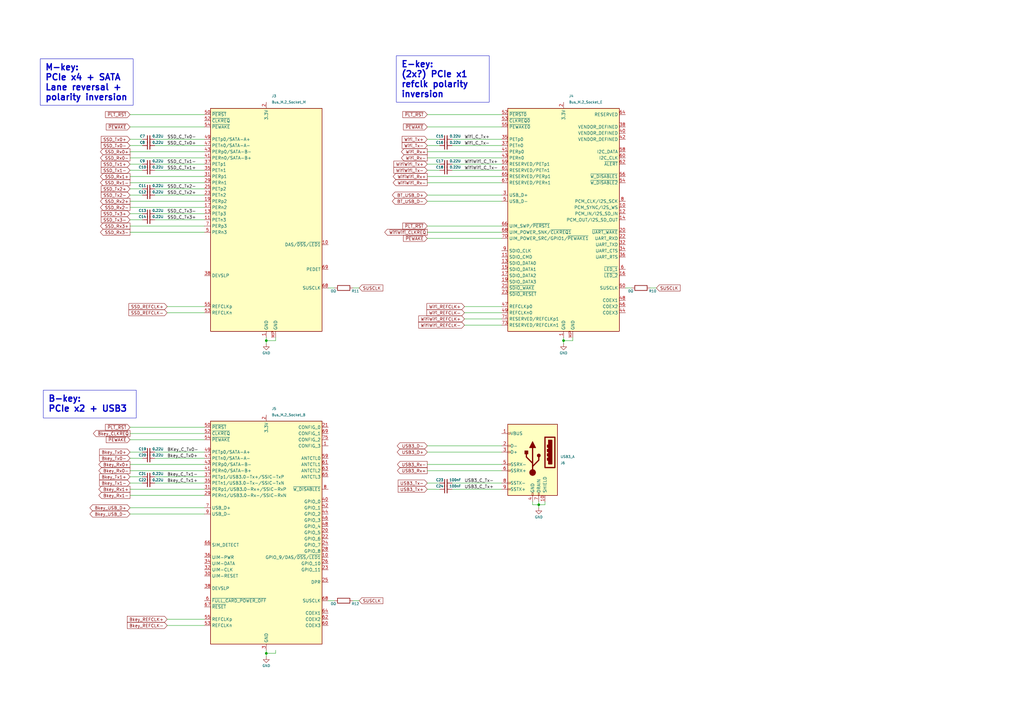
<source format=kicad_sch>
(kicad_sch (version 20231120) (generator "eeschema") (generator_version "8.0")
  (paper "A3")
  (lib_symbols
    (symbol "Connector:Bus_M.2_Socket_B"
      (property "Reference" "J" (at -22.86 46.99 0))
      (property "Value" "Bus_M.2_Socket_B" (at 16.51 46.99 0))
      (symbol "Bus_M.2_Socket_B_0_1"
        (rectangle (start -22.86 45.72) (end 22.86 -45.72) (stroke (width 0.254)) (fill (type background)))
      )
      (symbol "Bus_M.2_Socket_B_1_1"
        (pin input line (at 25.4 35.56 180) (length 2.54) (name "CONFIG_3") (number "1"))
        (pin bidirectional line (at 25.4 -10.16 180) (length 2.54) (name "GPIO_9/DAS/~{DSS}/~{LED1}") (number "10"))
        (pin passive line (at 0 -48.26 90) (length 2.54) hide (name "GND") (number "11"))
        (pin power_in line (at 0 48.26 270) (length 2.54) (name "3.3V") (number "2"))
        (pin bidirectional line (at 25.4 0 180) (length 2.54) (name "GPIO_5") (number "20"))
        (pin input line (at 25.4 43.18 180) (length 2.54) (name "CONFIG_0") (number "21"))
        (pin bidirectional line (at 25.4 -2.54 180) (length 2.54) (name "GPIO_6") (number "22"))
        (pin bidirectional line (at 25.4 -15.24 180) (length 2.54) (name "GPIO_11") (number "23"))
        (pin bidirectional line (at 25.4 -5.08 180) (length 2.54) (name "GPIO_7") (number "24"))
        (pin output line (at 25.4 -20.32 180) (length 2.54) (name "DPR") (number "25"))
        (pin bidirectional line (at 25.4 -12.7 180) (length 2.54) (name "GPIO_10") (number "26"))
        (pin passive line (at 0 -48.26 90) (length 2.54) hide (name "GND") (number "27"))
        (pin bidirectional line (at 25.4 -7.62 180) (length 2.54) (name "GPIO_8") (number "28"))
        (pin input line (at -25.4 15.24 0) (length 2.54) (name "PERn1/USB3.0-Rx-/SSIC-RxN") (number "29"))
        (pin power_in line (at 0 -48.26 90) (length 2.54) (name "GND") (number "3"))
        (pin input line (at -25.4 -17.78 0) (length 2.54) (name "UIM-RESET") (number "30"))
        (pin input line (at -25.4 17.78 0) (length 2.54) (name "PERp1/USB3.0-Rx+/SSIC-RxP") (number "31"))
        (pin input line (at -25.4 -15.24 0) (length 2.54) (name "UIM-CLK") (number "32"))
        (pin passive line (at 0 -48.26 90) (length 2.54) hide (name "GND") (number "33"))
        (pin bidirectional line (at -25.4 -12.7 0) (length 2.54) (name "UIM-DATA") (number "34"))
        (pin output line (at -25.4 20.32 0) (length 2.54) (name "PETn1/USB3.0-Tx-/SSIC-TxN") (number "35"))
        (pin input line (at -25.4 -10.16 0) (length 2.54) (name "UIM-PWR") (number "36"))
        (pin output line (at -25.4 22.86 0) (length 2.54) (name "PETp1/USB3.0-Tx+/SSIC-TxP") (number "37"))
        (pin output line (at -25.4 -22.86 0) (length 2.54) (name "DEVSLP") (number "38"))
        (pin passive line (at 0 -48.26 90) (length 2.54) hide (name "GND") (number "39"))
        (pin passive line (at 0 48.26 270) (length 2.54) hide (name "3.3V") (number "4"))
        (pin bidirectional line (at 25.4 12.7 180) (length 2.54) (name "GPIO_0") (number "40"))
        (pin input line (at -25.4 25.4 0) (length 2.54) (name "PERn0/SATA-B+") (number "41"))
        (pin bidirectional line (at 25.4 10.16 180) (length 2.54) (name "GPIO_1") (number "42"))
        (pin input line (at -25.4 27.94 0) (length 2.54) (name "PERp0/SATA-B-") (number "43"))
        (pin bidirectional line (at 25.4 7.62 180) (length 2.54) (name "GPIO_2") (number "44"))
        (pin passive line (at 0 -48.26 90) (length 2.54) hide (name "GND") (number "45"))
        (pin bidirectional line (at 25.4 5.08 180) (length 2.54) (name "GPIO_3") (number "46"))
        (pin output line (at -25.4 30.48 0) (length 2.54) (name "PETn0/SATA-A-") (number "47"))
        (pin bidirectional line (at 25.4 2.54 180) (length 2.54) (name "GPIO_4") (number "48"))
        (pin output line (at -25.4 33.02 0) (length 2.54) (name "PETp0/SATA-A+") (number "49"))
        (pin passive line (at 0 -48.26 90) (length 2.54) hide (name "GND") (number "5"))
        (pin output line (at -25.4 43.18 0) (length 2.54) (name "~{PERST}") (number "50"))
        (pin passive line (at 0 -48.26 90) (length 2.54) hide (name "GND") (number "51"))
        (pin bidirectional line (at -25.4 40.64 0) (length 2.54) (name "~{CLKREQ}") (number "52"))
        (pin output line (at -25.4 -38.1 0) (length 2.54) (name "REFCLKn") (number "53"))
        (pin bidirectional line (at -25.4 38.1 0) (length 2.54) (name "~{PEWAKE}") (number "54"))
        (pin output line (at -25.4 -35.56 0) (length 2.54) (name "REFCLKp") (number "55"))
        (pin no_connect line (at 22.86 -43.18 180) (length 2.54) hide (name "NC") (number "56"))
        (pin passive line (at 0 -48.26 90) (length 2.54) hide (name "GND") (number "57"))
        (pin no_connect line (at 22.86 -40.64 180) (length 2.54) hide (name "NC") (number "58"))
        (pin input line (at 25.4 30.48 180) (length 2.54) (name "ANTCTL0") (number "59"))
        (pin output line (at -25.4 -27.94 0) (length 2.54) (name "~{FULL_CARD_POWER_OFF}") (number "6"))
        (pin bidirectional line (at 25.4 -38.1 180) (length 2.54) (name "COEX3") (number "60"))
        (pin input line (at 25.4 27.94 180) (length 2.54) (name "ANTCTL1") (number "61"))
        (pin bidirectional line (at 25.4 -35.56 180) (length 2.54) (name "COEX2") (number "62"))
        (pin input line (at 25.4 25.4 180) (length 2.54) (name "ANTCTL2") (number "63"))
        (pin bidirectional line (at 25.4 -33.02 180) (length 2.54) (name "COEX1") (number "64"))
        (pin input line (at 25.4 22.86 180) (length 2.54) (name "ANTCTL3") (number "65"))
        (pin output line (at -25.4 -5.08 0) (length 2.54) (name "SIM_DETECT") (number "66"))
        (pin output line (at -25.4 -30.48 0) (length 2.54) (name "~{RESET}") (number "67"))
        (pin output line (at 25.4 -27.94 180) (length 2.54) (name "SUSCLK") (number "68"))
        (pin input line (at 25.4 40.64 180) (length 2.54) (name "CONFIG_1") (number "69"))
        (pin bidirectional line (at -25.4 10.16 0) (length 2.54) (name "USB_D+") (number "7"))
        (pin passive line (at 0 48.26 270) (length 2.54) hide (name "3.3V") (number "70"))
        (pin passive line (at 0 -48.26 90) (length 2.54) hide (name "GND") (number "71"))
        (pin passive line (at 0 48.26 270) (length 2.54) hide (name "3.3V") (number "72"))
        (pin passive line (at 0 -48.26 90) (length 2.54) hide (name "GND") (number "73"))
        (pin passive line (at 0 48.26 270) (length 2.54) hide (name "3.3V") (number "74"))
        (pin input line (at 25.4 38.1 180) (length 2.54) (name "CONFIG_2") (number "75"))
        (pin output line (at 25.4 17.78 180) (length 2.54) (name "~{W_DISABLE1}") (number "8"))
        (pin bidirectional line (at -25.4 7.62 0) (length 2.54) (name "USB_D-") (number "9"))
      )
    )
    (symbol "Connector:Bus_M.2_Socket_E"
      (property "Reference" "J4" (at 2.1941 50.8 0))
      (property "Value" "Bus_M.2_Socket_E" (at 2.1941 48.26 0))
      (symbol "Bus_M.2_Socket_E_0_1"
        (rectangle (start -22.86 45.72) (end 22.86 -45.72) (stroke (width 0.254)) (fill (type background)))
      )
      (symbol "Bus_M.2_Socket_E_1_1"
        (pin power_in line (at 0 -48.26 90) (length 2.54) (name "GND") (number "1"))
        (pin bidirectional line (at 25.4 5.08 180) (length 2.54) (name "PCM_SYNC/I2S_WS") (number "10"))
        (pin bidirectional line (at -25.4 -15.24 0) (length 2.54) (name "SDIO_CMD") (number "11"))
        (pin input line (at 25.4 2.54 180) (length 2.54) (name "PCM_IN/I2S_SD_IN") (number "12"))
        (pin bidirectional line (at -25.4 -17.78 0) (length 2.54) (name "SDIO_DATA0") (number "13"))
        (pin output line (at 25.4 0 180) (length 2.54) (name "PCM_OUT/I2S_SD_OUT") (number "14"))
        (pin bidirectional line (at -25.4 -20.32 0) (length 2.54) (name "SDIO_DATA1") (number "15"))
        (pin open_collector line (at 25.4 -22.86 180) (length 2.54) (name "~{LED_2}") (number "16"))
        (pin bidirectional line (at -25.4 -22.86 0) (length 2.54) (name "SDIO_DATA2") (number "17"))
        (pin passive line (at 0 -48.26 90) (length 2.54) hide (name "GND") (number "18"))
        (pin bidirectional line (at -25.4 -25.4 0) (length 2.54) (name "SDIO_DATA3") (number "19"))
        (pin power_in line (at 0 48.26 270) (length 2.54) (name "3.3V") (number "2"))
        (pin input line (at 25.4 -5.08 180) (length 2.54) (name "~{UART_WAKE}") (number "20"))
        (pin input line (at -25.4 -27.94 0) (length 2.54) (name "~{SDIO_WAKE}") (number "21"))
        (pin input line (at 25.4 -7.62 180) (length 2.54) (name "UART_RXD") (number "22"))
        (pin output line (at -25.4 -30.48 0) (length 2.54) (name "~{SDIO_RESET}") (number "23"))
        (pin bidirectional line (at -25.4 10.16 0) (length 2.54) (name "USB_D+") (number "3"))
        (pin output line (at 25.4 -10.16 180) (length 2.54) (name "UART_TXD") (number "32"))
        (pin passive line (at 0 -48.26 90) (length 2.54) hide (name "GND") (number "33"))
        (pin input line (at 25.4 -12.7 180) (length 2.54) (name "UART_CTS") (number "34"))
        (pin output line (at -25.4 33.02 0) (length 2.54) (name "PETp0") (number "35"))
        (pin output line (at 25.4 -15.24 180) (length 2.54) (name "UART_RTS") (number "36"))
        (pin output line (at -25.4 30.48 0) (length 2.54) (name "PETn0") (number "37"))
        (pin passive line (at 25.4 38.1 180) (length 2.54) (name "VENDOR_DEFINED") (number "38"))
        (pin passive line (at 0 -48.26 90) (length 2.54) hide (name "GND") (number "39"))
        (pin passive line (at 0 48.26 270) (length 2.54) hide (name "3.3V") (number "4"))
        (pin passive line (at 25.4 35.56 180) (length 2.54) (name "VENDOR_DEFINED") (number "40"))
        (pin input line (at -25.4 27.94 0) (length 2.54) (name "PERp0") (number "41"))
        (pin passive line (at 25.4 33.02 180) (length 2.54) (name "VENDOR_DEFINED") (number "42"))
        (pin input line (at -25.4 25.4 0) (length 2.54) (name "PERn0") (number "43"))
        (pin bidirectional line (at 25.4 -38.1 180) (length 2.54) (name "COEX3") (number "44"))
        (pin passive line (at 0 -48.26 90) (length 2.54) hide (name "GND") (number "45"))
        (pin bidirectional line (at 25.4 -35.56 180) (length 2.54) (name "COEX2") (number "46"))
        (pin output line (at -25.4 -35.56 0) (length 2.54) (name "REFCLKp0") (number "47"))
        (pin bidirectional line (at 25.4 -33.02 180) (length 2.54) (name "COEX1") (number "48"))
        (pin output line (at -25.4 -38.1 0) (length 2.54) (name "REFCLKn0") (number "49"))
        (pin bidirectional line (at -25.4 7.62 0) (length 2.54) (name "USB_D-") (number "5"))
        (pin output line (at 25.4 -27.94 180) (length 2.54) (name "SUSCLK") (number "50"))
        (pin passive line (at 0 -48.26 90) (length 2.54) hide (name "GND") (number "51"))
        (pin output line (at -25.4 43.18 0) (length 2.54) (name "~{PERST0}") (number "52"))
        (pin bidirectional line (at -25.4 40.64 0) (length 2.54) (name "~{CLKREQ0}") (number "53"))
        (pin output line (at 25.4 15.24 180) (length 2.54) (name "~{W_DISABLE2}") (number "54"))
        (pin bidirectional line (at -25.4 38.1 0) (length 2.54) (name "~{PEWAKE0}") (number "55"))
        (pin output line (at 25.4 17.78 180) (length 2.54) (name "~{W_DISABLE1}") (number "56"))
        (pin passive line (at 0 -48.26 90) (length 2.54) hide (name "GND") (number "57"))
        (pin bidirectional line (at 25.4 27.94 180) (length 2.54) (name "I2C_DATA") (number "58"))
        (pin output line (at -25.4 22.86 0) (length 2.54) (name "RESERVED/PETp1") (number "59"))
        (pin open_collector line (at 25.4 -20.32 180) (length 2.54) (name "~{LED_1}") (number "6"))
        (pin output line (at 25.4 25.4 180) (length 2.54) (name "I2C_CLK") (number "60"))
        (pin output line (at -25.4 20.32 0) (length 2.54) (name "RESERVED/PETn1") (number "61"))
        (pin input line (at 25.4 22.86 180) (length 2.54) (name "~{ALERT}") (number "62"))
        (pin passive line (at 0 -48.26 90) (length 2.54) hide (name "GND") (number "63"))
        (pin passive line (at 25.4 43.18 180) (length 2.54) (name "RESERVED") (number "64"))
        (pin input line (at -25.4 17.78 0) (length 2.54) (name "RESERVED/PERp1") (number "65"))
        (pin output line (at -25.4 -2.54 0) (length 2.54) (name "UIM_SWP/~{PERST1}") (number "66"))
        (pin input line (at -25.4 15.24 0) (length 2.54) (name "RESERVED/PERn1") (number "67"))
        (pin bidirectional line (at -25.4 -5.08 0) (length 2.54) (name "UIM_POWER_SNK/~{CLKREQ1}") (number "68"))
        (pin passive line (at 0 -48.26 90) (length 2.54) hide (name "GND") (number "69"))
        (pin passive line (at 0 -48.26 90) (length 2.54) hide (name "GND") (number "7"))
        (pin bidirectional line (at -25.4 -7.62 0) (length 2.54) (name "UIM_POWER_SRC/GPIO1/~{PEWAKE1}") (number "70"))
        (pin output line (at -25.4 -40.64 0) (length 2.54) (name "RESERVED/REFCLKp1") (number "71"))
        (pin passive line (at 0 48.26 270) (length 2.54) hide (name "3.3V") (number "72"))
        (pin output line (at -25.4 -43.18 0) (length 2.54) (name "RESERVED/REFCLKn1") (number "73"))
        (pin passive line (at 0 48.26 270) (length 2.54) hide (name "3.3V") (number "74"))
        (pin passive line (at 0 -48.26 90) (length 2.54) hide (name "GND") (number "75"))
        (pin bidirectional line (at 25.4 7.62 180) (length 2.54) (name "PCM_CLK/I2S_SCK") (number "8"))
        (pin output line (at -25.4 -12.7 0) (length 2.54) (name "SDIO_CLK") (number "9"))
        (pin bidirectional line (at 3.81 -48.26 90) (length 2.54) (name "GND") (number "MP"))
      )
    )
    (symbol "Connector:Bus_M.2_Socket_M"
      (property "Reference" "J3" (at 2.1941 50.8 0))
      (property "Value" "Bus_M.2_Socket_M" (at 2.1941 48.26 0))
      (symbol "Bus_M.2_Socket_M_0_1"
        (rectangle (start -22.86 45.72) (end 22.86 -45.72) (stroke (width 0.254)) (fill (type background)))
      )
      (symbol "Bus_M.2_Socket_M_1_1"
        (pin power_in line (at 0 -48.26 90) (length 2.54) (name "GND") (number "1"))
        (pin bidirectional line (at 25.4 -10.16 180) (length 2.54) (name "DAS/~{DSS}/~{LED1}") (number "10"))
        (pin output line (at -25.4 0 0) (length 2.54) (name "PETn3") (number "11"))
        (pin passive line (at 0 48.26 270) (length 2.54) hide (name "3.3V") (number "12"))
        (pin output line (at -25.4 2.54 0) (length 2.54) (name "PETp3") (number "13"))
        (pin passive line (at 0 48.26 270) (length 2.54) hide (name "3.3V") (number "14"))
        (pin passive line (at 0 -48.26 90) (length 2.54) hide (name "GND") (number "15"))
        (pin passive line (at 0 48.26 270) (length 2.54) hide (name "3.3V") (number "16"))
        (pin input line (at -25.4 5.08 0) (length 2.54) (name "PERn2") (number "17"))
        (pin passive line (at 0 48.26 270) (length 2.54) hide (name "3.3V") (number "18"))
        (pin input line (at -25.4 7.62 0) (length 2.54) (name "PERp2") (number "19"))
        (pin power_in line (at 0 48.26 270) (length 2.54) (name "3.3V") (number "2"))
        (pin no_connect line (at 22.86 2.54 180) (length 2.54) hide (name "NC") (number "20"))
        (pin passive line (at 0 -48.26 90) (length 2.54) hide (name "GND") (number "21"))
        (pin no_connect line (at 22.86 5.08 180) (length 2.54) hide (name "NC") (number "22"))
        (pin output line (at -25.4 10.16 0) (length 2.54) (name "PETn2") (number "23"))
        (pin no_connect line (at 22.86 7.62 180) (length 2.54) hide (name "NC") (number "24"))
        (pin output line (at -25.4 12.7 0) (length 2.54) (name "PETp2") (number "25"))
        (pin no_connect line (at 22.86 10.16 180) (length 2.54) hide (name "NC") (number "26"))
        (pin passive line (at 0 -48.26 90) (length 2.54) hide (name "GND") (number "27"))
        (pin no_connect line (at 22.86 12.7 180) (length 2.54) hide (name "NC") (number "28"))
        (pin input line (at -25.4 15.24 0) (length 2.54) (name "PERn1") (number "29"))
        (pin passive line (at 0 -48.26 90) (length 2.54) hide (name "GND") (number "3"))
        (pin no_connect line (at 22.86 15.24 180) (length 2.54) hide (name "NC") (number "30"))
        (pin input line (at -25.4 17.78 0) (length 2.54) (name "PERp1") (number "31"))
        (pin no_connect line (at 22.86 17.78 180) (length 2.54) hide (name "NC") (number "32"))
        (pin passive line (at 0 -48.26 90) (length 2.54) hide (name "GND") (number "33"))
        (pin no_connect line (at 22.86 20.32 180) (length 2.54) hide (name "NC") (number "34"))
        (pin output line (at -25.4 20.32 0) (length 2.54) (name "PETn1") (number "35"))
        (pin no_connect line (at 22.86 22.86 180) (length 2.54) hide (name "NC") (number "36"))
        (pin output line (at -25.4 22.86 0) (length 2.54) (name "PETp1") (number "37"))
        (pin output line (at -25.4 -22.86 0) (length 2.54) (name "DEVSLP") (number "38"))
        (pin passive line (at 0 -48.26 90) (length 2.54) hide (name "GND") (number "39"))
        (pin passive line (at 0 48.26 270) (length 2.54) hide (name "3.3V") (number "4"))
        (pin no_connect line (at 22.86 25.4 180) (length 2.54) hide (name "NC") (number "40"))
        (pin input line (at -25.4 25.4 0) (length 2.54) (name "PERn0/SATA-B+") (number "41"))
        (pin no_connect line (at 22.86 27.94 180) (length 2.54) hide (name "NC") (number "42"))
        (pin input line (at -25.4 27.94 0) (length 2.54) (name "PERp0/SATA-B-") (number "43"))
        (pin no_connect line (at 22.86 30.48 180) (length 2.54) hide (name "NC") (number "44"))
        (pin passive line (at 0 -48.26 90) (length 2.54) hide (name "GND") (number "45"))
        (pin no_connect line (at 22.86 33.02 180) (length 2.54) hide (name "NC") (number "46"))
        (pin output line (at -25.4 30.48 0) (length 2.54) (name "PETn0/SATA-A-") (number "47"))
        (pin no_connect line (at 22.86 35.56 180) (length 2.54) hide (name "NC") (number "48"))
        (pin output line (at -25.4 33.02 0) (length 2.54) (name "PETp0/SATA-A+") (number "49"))
        (pin input line (at -25.4 -5.08 0) (length 2.54) (name "PERn3") (number "5"))
        (pin output line (at -25.4 43.18 0) (length 2.54) (name "~{PERST}") (number "50"))
        (pin passive line (at 0 -48.26 90) (length 2.54) hide (name "GND") (number "51"))
        (pin bidirectional line (at -25.4 40.64 0) (length 2.54) (name "~{CLKREQ}") (number "52"))
        (pin output line (at -25.4 -38.1 0) (length 2.54) (name "REFCLKn") (number "53"))
        (pin bidirectional line (at -25.4 38.1 0) (length 2.54) (name "~{PEWAKE}") (number "54"))
        (pin output line (at -25.4 -35.56 0) (length 2.54) (name "REFCLKp") (number "55"))
        (pin no_connect line (at 22.86 38.1 180) (length 2.54) hide (name "NC") (number "56"))
        (pin passive line (at 0 -48.26 90) (length 2.54) hide (name "GND") (number "57"))
        (pin no_connect line (at 22.86 40.64 180) (length 2.54) hide (name "NC") (number "58"))
        (pin no_connect line (at 22.86 -2.54 180) (length 2.54) hide (name "NC") (number "6"))
        (pin no_connect line (at 22.86 -5.08 180) (length 2.54) hide (name "NC") (number "67"))
        (pin output line (at 25.4 -27.94 180) (length 2.54) (name "SUSCLK") (number "68"))
        (pin passive line (at 25.4 -20.32 180) (length 2.54) (name "PEDET") (number "69"))
        (pin input line (at -25.4 -2.54 0) (length 2.54) (name "PERp3") (number "7"))
        (pin passive line (at 0 48.26 270) (length 2.54) hide (name "3.3V") (number "70"))
        (pin passive line (at 0 -48.26 90) (length 2.54) hide (name "GND") (number "71"))
        (pin passive line (at 0 48.26 270) (length 2.54) hide (name "3.3V") (number "72"))
        (pin passive line (at 0 -48.26 90) (length 2.54) hide (name "GND") (number "73"))
        (pin passive line (at 0 48.26 270) (length 2.54) hide (name "3.3V") (number "74"))
        (pin passive line (at 0 -48.26 90) (length 2.54) hide (name "GND") (number "75"))
        (pin no_connect line (at 22.86 0 180) (length 2.54) hide (name "NC") (number "8"))
        (pin passive line (at 0 -48.26 90) (length 2.54) hide (name "GND") (number "9"))
        (pin output line (at 3.81 -48.26 90) (length 2.54) (name "GND") (number "MP"))
      )
    )
    (symbol "Connector:USB3_A" (pin_names (offset 1.016))
      (property "Reference" "J" (at -10.16 15.24 0))
      (property "Value" "USB3_A" (at 10.16 15.24 0))
      (symbol "USB3_A_0_0"
        (rectangle (start -9.144 8.636) (end -5.08 -3.81) (stroke (width 0.508)))
        (rectangle (start -7.874 7.366) (end -6.604 -2.286) (stroke (width 0.508)) (fill (type outline)))
        (rectangle (start -6.35 0) (end -6.096 -0.762) (stroke (width 0.508)))
        (rectangle (start -6.35 1.778) (end -6.096 1.016) (stroke (width 0.508)))
        (rectangle (start -6.35 3.556) (end -6.096 2.794) (stroke (width 0.508)))
        (rectangle (start -6.35 5.334) (end -6.096 4.572) (stroke (width 0.508)))
        (rectangle (start -2.794 -15.24) (end -2.286 -14.224))
        (rectangle (start -0.254 -15.24) (end 0.254 -14.224))
        (rectangle (start 10.16 -12.446) (end 9.144 -12.954))
        (rectangle (start 10.16 -9.906) (end 9.144 -10.414))
        (rectangle (start 10.16 -4.826) (end 9.144 -5.334))
        (rectangle (start 10.16 -2.286) (end 9.144 -2.794))
        (rectangle (start 10.16 2.794) (end 9.144 2.286))
        (rectangle (start 10.16 5.334) (end 9.144 4.826))
        (rectangle (start 10.16 10.414) (end 9.144 9.906))
      )
      (symbol "USB3_A_0_1"
        (rectangle (start -10.16 13.97) (end 10.16 -15.24) (stroke (width 0.254)) (fill (type background)))
      )
      (symbol "USB3_A_1_1"
        (circle (center -2.54 1.143) (radius 0.635) (stroke (width 0.254)) (fill (type outline)))
        (circle (center 0 -5.842) (radius 1.27) (fill (type outline)))
        (polyline (pts (xy 0 -5.842) (xy 0 4.318)) (stroke (width 0.508)))
        (polyline (pts (xy 0 -3.302) (xy -2.54 -0.762) (xy -2.54 0.508)) (stroke (width 0.508)))
        (polyline (pts (xy 0 -2.032) (xy 2.54 0.508) (xy 2.54 1.778)) (stroke (width 0.508)))
        (polyline (pts (xy -1.27 4.318) (xy 0 6.858) (xy 1.27 4.318) (xy -1.27 4.318)) (stroke (width 0.254)) (fill (type outline)))
        (rectangle (start 1.905 1.778) (end 3.175 3.048) (stroke (width 0.254)) (fill (type outline)))
        (pin power_in line (at 12.7 10.16 180) (length 2.54) (name "VBUS") (number "1"))
        (pin passive line (at -5.08 -17.78 90) (length 2.54) (name "SHIELD") (number "10"))
        (pin bidirectional line (at 12.7 5.08 180) (length 2.54) (name "D-") (number "2"))
        (pin bidirectional line (at 12.7 2.54 180) (length 2.54) (name "D+") (number "3"))
        (pin power_in line (at 0 -17.78 90) (length 2.54) (name "GND") (number "4"))
        (pin output line (at 12.7 -2.54 180) (length 2.54) (name "SSRX-") (number "5"))
        (pin output line (at 12.7 -5.08 180) (length 2.54) (name "SSRX+") (number "6"))
        (pin passive line (at -2.54 -17.78 90) (length 2.54) (name "DRAIN") (number "7"))
        (pin input line (at 12.7 -10.16 180) (length 2.54) (name "SSTX-") (number "8"))
        (pin input line (at 12.7 -12.7 180) (length 2.54) (name "SSTX+") (number "9"))
      )
    )
    (symbol "Device:C_Small" (pin_numbers hide) (pin_names (offset 0.254) hide)
      (property "Reference" "C" (at 0.254 1.778 0))
      (property "Value" "C_Small" (at 0.254 -2.032 0))
      (symbol "C_Small_0_1"
        (polyline (pts (xy -1.524 -0.508) (xy 1.524 -0.508)) (stroke (width 0.3302)))
        (polyline (pts (xy -1.524 0.508) (xy 1.524 0.508)) (stroke (width 0.3048)))
      )
      (symbol "C_Small_1_1"
        (pin passive line (at 0 2.54 270) (length 2.032) (name "~") (number "1"))
        (pin passive line (at 0 -2.54 90) (length 2.032) (name "~") (number "2"))
      )
    )
    (symbol "Device:R" (pin_numbers hide) (pin_names (offset 0))
      (property "Reference" "R" (at 2.032 0 90))
      (property "Value" "R" (at 0 0 90))
      (symbol "R_0_1"
        (rectangle (start -1.016 -2.54) (end 1.016 2.54) (stroke (width 0.254)))
      )
      (symbol "R_1_1"
        (pin passive line (at 0 3.81 270) (length 1.27) (name "~") (number "1"))
        (pin passive line (at 0 -3.81 90) (length 1.27) (name "~") (number "2"))
      )
    )
    (symbol "power:GND" (power) (pin_numbers hide) (pin_names (offset 0) hide)
      (property "Value" "GND" (at 0 -3.81 0))
      (symbol "GND_0_1"
        (polyline (pts (xy 0 0) (xy 0 -1.27) (xy 1.27 -1.27) (xy 0 -2.54) (xy -1.27 -1.27) (xy 0 -1.27)))
      )
      (symbol "GND_1_1"
        (pin power_in line (at 0 0 270) (length 0) (name "~") (number "1"))
      )
    )
  )
  (junction (at 109.22 139.7))
  (junction (at 109.22 267.97))
  (junction (at 220.98 207.01))
  (junction (at 231.14 139.7))
  (wire (pts (xy 53.34 95.25) (xy 83.82 95.25)))
  (wire (pts (xy 109.22 267.97) (xy 113.03 267.97)))
  (wire (pts (xy 53.34 208.28) (xy 83.82 208.28)))
  (wire (pts (xy 113.03 266.7) (xy 113.03 267.97)))
  (wire (pts (xy 175.26 198.12) (xy 180.34 198.12)))
  (wire (pts (xy 175.26 97.79) (xy 205.74 97.79)))
  (wire (pts (xy 231.14 139.7) (xy 234.95 139.7)))
  (wire (pts (xy 218.44 205.74) (xy 218.44 207.01)))
  (wire (pts (xy 63.5 67.31) (xy 83.82 67.31)))
  (wire (pts (xy 53.34 193.04) (xy 83.82 193.04)))
  (wire (pts (xy 175.26 72.39) (xy 205.74 72.39)))
  (wire (pts (xy 53.34 72.39) (xy 83.82 72.39)))
  (wire (pts (xy 63.5 77.47) (xy 83.82 77.47)))
  (wire (pts (xy 218.44 207.01) (xy 220.98 207.01)))
  (wire (pts (xy 185.42 200.66) (xy 205.74 200.66)))
  (wire (pts (xy 223.52 205.74) (xy 223.52 207.01)))
  (wire (pts (xy 109.22 267.97) (xy 109.22 269.24)))
  (wire (pts (xy 231.14 138.43) (xy 231.14 139.7)))
  (wire (pts (xy 175.26 92.71) (xy 205.74 92.71)))
  (wire (pts (xy 53.34 203.2) (xy 83.82 203.2)))
  (wire (pts (xy 53.34 74.93) (xy 83.82 74.93)))
  (wire (pts (xy 205.74 125.73) (xy 190.5 125.73)))
  (wire (pts (xy 190.5 130.81) (xy 205.74 130.81)))
  (wire (pts (xy 63.5 80.01) (xy 83.82 80.01)))
  (wire (pts (xy 175.26 182.88) (xy 205.74 182.88)))
  (wire (pts (xy 113.03 138.43) (xy 113.03 139.7)))
  (wire (pts (xy 205.74 59.69) (xy 185.42 59.69)))
  (wire (pts (xy 63.5 185.42) (xy 83.82 185.42)))
  (wire (pts (xy 220.98 207.01) (xy 220.98 208.28)))
  (wire (pts (xy 144.78 246.38) (xy 147.32 246.38)))
  (wire (pts (xy 53.34 46.99) (xy 83.82 46.99)))
  (wire (pts (xy 53.34 177.8) (xy 83.82 177.8)))
  (wire (pts (xy 58.42 67.31) (xy 53.34 67.31)))
  (wire (pts (xy 220.98 207.01) (xy 223.52 207.01)))
  (wire (pts (xy 53.34 185.42) (xy 58.42 185.42)))
  (wire (pts (xy 185.42 67.31) (xy 205.74 67.31)))
  (wire (pts (xy 175.26 46.99) (xy 205.74 46.99)))
  (wire (pts (xy 231.14 139.7) (xy 231.14 140.97)))
  (wire (pts (xy 175.26 95.25) (xy 205.74 95.25)))
  (wire (pts (xy 53.34 64.77) (xy 83.82 64.77)))
  (wire (pts (xy 175.26 62.23) (xy 205.74 62.23)))
  (wire (pts (xy 63.5 90.17) (xy 83.82 90.17)))
  (wire (pts (xy 256.54 118.11) (xy 259.08 118.11)))
  (wire (pts (xy 53.34 190.5) (xy 83.82 190.5)))
  (wire (pts (xy 175.26 52.07) (xy 205.74 52.07)))
  (wire (pts (xy 53.34 210.82) (xy 83.82 210.82)))
  (wire (pts (xy 185.42 57.15) (xy 205.74 57.15)))
  (wire (pts (xy 68.58 256.54) (xy 83.82 256.54)))
  (wire (pts (xy 63.5 187.96) (xy 83.82 187.96)))
  (wire (pts (xy 58.42 57.15) (xy 53.34 57.15)))
  (wire (pts (xy 53.34 175.26) (xy 83.82 175.26)))
  (wire (pts (xy 175.26 200.66) (xy 180.34 200.66)))
  (wire (pts (xy 134.62 118.11) (xy 137.16 118.11)))
  (wire (pts (xy 109.22 139.7) (xy 109.22 140.97)))
  (wire (pts (xy 53.34 198.12) (xy 58.42 198.12)))
  (wire (pts (xy 180.34 69.85) (xy 175.26 69.85)))
  (wire (pts (xy 205.74 74.93) (xy 175.26 74.93)))
  (wire (pts (xy 190.5 133.35) (xy 205.74 133.35)))
  (wire (pts (xy 109.22 138.43) (xy 109.22 139.7)))
  (wire (pts (xy 220.98 205.74) (xy 220.98 207.01)))
  (wire (pts (xy 134.62 246.38) (xy 137.16 246.38)))
  (wire (pts (xy 53.34 92.71) (xy 83.82 92.71)))
  (wire (pts (xy 63.5 198.12) (xy 83.82 198.12)))
  (wire (pts (xy 53.34 59.69) (xy 58.42 59.69)))
  (wire (pts (xy 190.5 128.27) (xy 205.74 128.27)))
  (wire (pts (xy 63.5 195.58) (xy 83.82 195.58)))
  (wire (pts (xy 175.26 57.15) (xy 180.34 57.15)))
  (wire (pts (xy 175.26 193.04) (xy 205.74 193.04)))
  (wire (pts (xy 53.34 69.85) (xy 58.42 69.85)))
  (wire (pts (xy 53.34 90.17) (xy 58.42 90.17)))
  (wire (pts (xy 53.34 82.55) (xy 83.82 82.55)))
  (wire (pts (xy 175.26 190.5) (xy 205.74 190.5)))
  (wire (pts (xy 53.34 52.07) (xy 83.82 52.07)))
  (wire (pts (xy 53.34 180.34) (xy 83.82 180.34)))
  (wire (pts (xy 63.5 57.15) (xy 83.82 57.15)))
  (wire (pts (xy 53.34 80.01) (xy 58.42 80.01)))
  (wire (pts (xy 266.7 118.11) (xy 269.24 118.11)))
  (wire (pts (xy 205.74 69.85) (xy 185.42 69.85)))
  (wire (pts (xy 109.22 139.7) (xy 113.03 139.7)))
  (wire (pts (xy 175.26 67.31) (xy 180.34 67.31)))
  (wire (pts (xy 63.5 59.69) (xy 83.82 59.69)))
  (wire (pts (xy 53.34 195.58) (xy 58.42 195.58)))
  (wire (pts (xy 144.78 118.11) (xy 147.32 118.11)))
  (wire (pts (xy 185.42 198.12) (xy 205.74 198.12)))
  (wire (pts (xy 53.34 200.66) (xy 83.82 200.66)))
  (wire (pts (xy 175.26 185.42) (xy 205.74 185.42)))
  (wire (pts (xy 205.74 64.77) (xy 175.26 64.77)))
  (wire (pts (xy 63.5 87.63) (xy 83.82 87.63)))
  (wire (pts (xy 175.26 82.55) (xy 205.74 82.55)))
  (wire (pts (xy 175.26 80.01) (xy 205.74 80.01)))
  (wire (pts (xy 53.34 62.23) (xy 83.82 62.23)))
  (wire (pts (xy 68.58 128.27) (xy 83.82 128.27)))
  (wire (pts (xy 109.22 266.7) (xy 109.22 267.97)))
  (wire (pts (xy 53.34 187.96) (xy 58.42 187.96)))
  (wire (pts (xy 53.34 85.09) (xy 83.82 85.09)))
  (wire (pts (xy 83.82 254) (xy 68.58 254)))
  (wire (pts (xy 58.42 87.63) (xy 53.34 87.63)))
  (wire (pts (xy 83.82 125.73) (xy 68.58 125.73)))
  (wire (pts (xy 180.34 59.69) (xy 175.26 59.69)))
  (wire (pts (xy 63.5 69.85) (xy 83.82 69.85)))
  (wire (pts (xy 58.42 77.47) (xy 53.34 77.47)))
  (wire (pts (xy 234.95 138.43) (xy 234.95 139.7)))
  (text_box "B-key:\nPCIe x2 + USB3" (at 17.78 160.02 0) (size 38.1 11.43) (effects (font (size 2.54 2.54) (thickness 0.508) (bold yes)) (justify left top)))
  (text_box "E-key:\n(2x?) PCIe x1\nrefclk polarity inversion" (at 162.56 22.86 0) (size 38.1 19.05) (effects (font (size 2.54 2.54) (thickness 0.508) (bold yes)) (justify left top)))
  (text_box "M-key:\nPCIe x4 + SATA\nLane reversal +\npolarity inversion" (at 16.51 24.13 0) (size 38.1 19.05) (effects (font (size 2.54 2.54) (thickness 0.508) (bold yes)) (justify left top)))
  (label "SSD_C_Tx2+" (at 68.58 80.01 0))
  (label "Wifi_C_Tx-" (at 190.5 59.69 0))
  (label "SSD_C_Tx3+" (at 68.58 90.17 0))
  (label "Wifi_C_Tx+" (at 190.5 57.15 0))
  (label "BKey_C_Tx0-" (at 68.58 185.42 0))
  (label "SSD_C_Tx1-" (at 68.58 67.31 0))
  (label "USB3_C_Tx+" (at 190.5 200.66 0))
  (label "SSD_C_Tx3-" (at 68.58 87.63 0))
  (label "SSD_C_Tx1+" (at 68.58 69.85 0))
  (label "WifiWifi_C_Tx-" (at 190.5 69.85 0))
  (label "Bkey_C_Tx1-" (at 68.58 195.58 0))
  (label "Bkey_C_Tx1+" (at 68.58 198.12 0))
  (label "Bkey_C_Tx0+" (at 68.58 187.96 0))
  (label "USB3_C_Tx-" (at 190.5 198.12 0))
  (label "WifiWifi_C_Tx+" (at 190.5 67.31 0))
  (label "SSD_C_Tx0-" (at 68.58 57.15 0))
  (label "SSD_C_Tx2-" (at 68.58 77.47 0))
  (label "SSD_C_Tx0+" (at 68.58 59.69 0))
  (global_label "SSD_Tx0+" (shape input) (at 53.34 57.15 180) (property "Intersheetrefs" "${INTERSHEET_REFS}" (effects (hide yes))))
  (global_label "WifiWifi_REFCLK+" (shape input) (at 190.5 130.81 180) (property "Intersheetrefs" "${INTERSHEET_REFS}" (effects (hide yes))))
  (global_label "~{PLT_RST}" (shape input) (at 175.26 46.99 180) (property "Intersheetrefs" "${INTERSHEET_REFS}" (effects (hide yes))))
  (global_label "SSD_Rx1-" (shape output) (at 53.34 74.93 180) (property "Intersheetrefs" "${INTERSHEET_REFS}" (effects (hide yes))))
  (global_label "Bkey_REFCLK-" (shape input) (at 68.58 256.54 180) (property "Intersheetrefs" "${INTERSHEET_REFS}" (effects (hide yes))))
  (global_label "Bkey_Rx0+" (shape output) (at 53.34 190.5 180) (property "Intersheetrefs" "${INTERSHEET_REFS}" (effects (hide yes))))
  (global_label "~{Bkey_CLKREQ}" (shape output) (at 53.34 177.8 180) (property "Intersheetrefs" "${INTERSHEET_REFS}" (effects (hide yes))))
  (global_label "BT_USB_D-" (shape bidirectional) (at 175.26 82.55 180) (property "Intersheetrefs" "${INTERSHEET_REFS}" (effects (hide yes))))
  (global_label "USB3_Tx-" (shape input) (at 175.26 198.12 180) (property "Intersheetrefs" "${INTERSHEET_REFS}" (effects (hide yes))))
  (global_label "SSD_Tx3-" (shape input) (at 53.34 90.17 180) (property "Intersheetrefs" "${INTERSHEET_REFS}" (effects (hide yes))))
  (global_label "SSD_Tx1-" (shape input) (at 53.34 69.85 180) (property "Intersheetrefs" "${INTERSHEET_REFS}" (effects (hide yes))))
  (global_label "Bkey_REFCLK+" (shape input) (at 68.58 254 180) (property "Intersheetrefs" "${INTERSHEET_REFS}" (effects (hide yes))))
  (global_label "~{WifiWifi_CLKREQ}" (shape output) (at 175.26 95.25 180) (property "Intersheetrefs" "${INTERSHEET_REFS}" (effects (hide yes))))
  (global_label "SSD_Rx0-" (shape output) (at 53.34 64.77 180) (property "Intersheetrefs" "${INTERSHEET_REFS}" (effects (hide yes))))
  (global_label "SSD_REFCLK+" (shape input) (at 68.58 125.73 180) (property "Intersheetrefs" "${INTERSHEET_REFS}" (effects (hide yes))))
  (global_label "SUSCLK" (shape input) (at 147.32 246.38 0) (property "Intersheetrefs" "${INTERSHEET_REFS}" (effects (hide yes))))
  (global_label "SSD_Rx3+" (shape output) (at 53.34 92.71 180) (property "Intersheetrefs" "${INTERSHEET_REFS}" (effects (hide yes))))
  (global_label "SSD_Tx0-" (shape input) (at 53.34 59.69 180) (property "Intersheetrefs" "${INTERSHEET_REFS}" (effects (hide yes))))
  (global_label "SSD_Tx3+" (shape input) (at 53.34 87.63 180) (property "Intersheetrefs" "${INTERSHEET_REFS}" (effects (hide yes))))
  (global_label "SSD_Rx1+" (shape output) (at 53.34 72.39 180) (property "Intersheetrefs" "${INTERSHEET_REFS}" (effects (hide yes))))
  (global_label "Bkey_Rx1-" (shape output) (at 53.34 203.2 180) (property "Intersheetrefs" "${INTERSHEET_REFS}" (effects (hide yes))))
  (global_label "~{PLT_RST}" (shape input) (at 175.26 92.71 180) (property "Intersheetrefs" "${INTERSHEET_REFS}" (effects (hide yes))))
  (global_label "SSD_Tx2-" (shape input) (at 53.34 80.01 180) (property "Intersheetrefs" "${INTERSHEET_REFS}" (effects (hide yes))))
  (global_label "Bkey_Tx1-" (shape input) (at 53.34 198.12 180) (property "Intersheetrefs" "${INTERSHEET_REFS}" (effects (hide yes))))
  (global_label "WifiWifi_REFCLK-" (shape input) (at 190.5 133.35 180) (property "Intersheetrefs" "${INTERSHEET_REFS}" (effects (hide yes))))
  (global_label "WifiWifi_Rx-" (shape output) (at 175.26 74.93 180) (property "Intersheetrefs" "${INTERSHEET_REFS}" (effects (hide yes))))
  (global_label "USB3_Rx-" (shape output) (at 175.26 190.5 180) (property "Intersheetrefs" "${INTERSHEET_REFS}" (effects (hide yes))))
  (global_label "Bkey_Tx1+" (shape input) (at 53.34 195.58 180) (property "Intersheetrefs" "${INTERSHEET_REFS}" (effects (hide yes))))
  (global_label "Wifi_REFCLK+" (shape input) (at 190.5 125.73 180) (property "Intersheetrefs" "${INTERSHEET_REFS}" (effects (hide yes))))
  (global_label "Bkey_Tx0-" (shape input) (at 53.34 187.96 180) (property "Intersheetrefs" "${INTERSHEET_REFS}" (effects (hide yes))))
  (global_label "Bkey_Rx0-" (shape output) (at 53.34 193.04 180) (property "Intersheetrefs" "${INTERSHEET_REFS}" (effects (hide yes))))
  (global_label "WifiWifi_Rx+" (shape output) (at 175.26 72.39 180) (property "Intersheetrefs" "${INTERSHEET_REFS}" (effects (hide yes))))
  (global_label "SSD_Rx0+" (shape output) (at 53.34 62.23 180) (property "Intersheetrefs" "${INTERSHEET_REFS}" (effects (hide yes))))
  (global_label "SSD_Rx3-" (shape output) (at 53.34 95.25 180) (property "Intersheetrefs" "${INTERSHEET_REFS}" (effects (hide yes))))
  (global_label "USB3_Rx+" (shape output) (at 175.26 193.04 180) (property "Intersheetrefs" "${INTERSHEET_REFS}" (effects (hide yes))))
  (global_label "SSD_REFCLK-" (shape input) (at 68.58 128.27 180) (property "Intersheetrefs" "${INTERSHEET_REFS}" (effects (hide yes))))
  (global_label "USB3_D-" (shape bidirectional) (at 175.26 182.88 180) (property "Intersheetrefs" "${INTERSHEET_REFS}" (effects (hide yes))))
  (global_label "WifiWifi_Tx+" (shape input) (at 175.26 67.31 180) (property "Intersheetrefs" "${INTERSHEET_REFS}" (effects (hide yes))))
  (global_label "~{PEWAKE}" (shape input) (at 175.26 52.07 180) (property "Intersheetrefs" "${INTERSHEET_REFS}" (effects (hide yes))))
  (global_label "Wifi_Tx-" (shape input) (at 175.26 59.69 180) (property "Intersheetrefs" "${INTERSHEET_REFS}" (effects (hide yes))))
  (global_label "Bkey_USB_D-" (shape bidirectional) (at 53.34 210.82 180) (property "Intersheetrefs" "${INTERSHEET_REFS}" (effects (hide yes))))
  (global_label "WifiWifi_Tx-" (shape input) (at 175.26 69.85 180) (property "Intersheetrefs" "${INTERSHEET_REFS}" (effects (hide yes))))
  (global_label "SUSCLK" (shape input) (at 147.32 118.11 0) (property "Intersheetrefs" "${INTERSHEET_REFS}" (effects (hide yes))))
  (global_label "SSD_Tx2+" (shape input) (at 53.34 77.47 180) (property "Intersheetrefs" "${INTERSHEET_REFS}" (effects (hide yes))))
  (global_label "Bkey_USB_D+" (shape bidirectional) (at 53.34 208.28 180) (property "Intersheetrefs" "${INTERSHEET_REFS}" (effects (hide yes))))
  (global_label "~{PLT_RST}" (shape input) (at 53.34 175.26 180) (property "Intersheetrefs" "${INTERSHEET_REFS}" (effects (hide yes))))
  (global_label "Wifi_Rx+" (shape output) (at 175.26 62.23 180) (property "Intersheetrefs" "${INTERSHEET_REFS}" (effects (hide yes))))
  (global_label "~{PEWAKE}" (shape input) (at 53.34 52.07 180) (property "Intersheetrefs" "${INTERSHEET_REFS}" (effects (hide yes))))
  (global_label "SSD_Rx2-" (shape output) (at 53.34 85.09 180) (property "Intersheetrefs" "${INTERSHEET_REFS}" (effects (hide yes))))
  (global_label "BT_USB_D+" (shape bidirectional) (at 175.26 80.01 180) (property "Intersheetrefs" "${INTERSHEET_REFS}" (effects (hide yes))))
  (global_label "SSD_Tx1+" (shape input) (at 53.34 67.31 180) (property "Intersheetrefs" "${INTERSHEET_REFS}" (effects (hide yes))))
  (global_label "Wifi_Rx-" (shape output) (at 175.26 64.77 180) (property "Intersheetrefs" "${INTERSHEET_REFS}" (effects (hide yes))))
  (global_label "USB3_D+" (shape bidirectional) (at 175.26 185.42 180) (property "Intersheetrefs" "${INTERSHEET_REFS}" (effects (hide yes))))
  (global_label "~{PLT_RST}" (shape input) (at 53.34 46.99 180) (property "Intersheetrefs" "${INTERSHEET_REFS}" (effects (hide yes))))
  (global_label "SSD_Rx2+" (shape output) (at 53.34 82.55 180) (property "Intersheetrefs" "${INTERSHEET_REFS}" (effects (hide yes))))
  (global_label "Wifi_REFCLK-" (shape input) (at 190.5 128.27 180) (property "Intersheetrefs" "${INTERSHEET_REFS}" (effects (hide yes))))
  (global_label "USB3_Tx+" (shape input) (at 175.26 200.66 180) (property "Intersheetrefs" "${INTERSHEET_REFS}" (effects (hide yes))))
  (global_label "Bkey_Rx1+" (shape output) (at 53.34 200.66 180) (property "Intersheetrefs" "${INTERSHEET_REFS}" (effects (hide yes))))
  (global_label "SUSCLK" (shape input) (at 269.24 118.11 0) (property "Intersheetrefs" "${INTERSHEET_REFS}" (effects (hide yes))))
  (global_label "~{PEWAKE}" (shape input) (at 53.34 180.34 180) (property "Intersheetrefs" "${INTERSHEET_REFS}" (effects (hide yes))))
  (global_label "Bkey_Tx0+" (shape input) (at 53.34 185.42 180) (property "Intersheetrefs" "${INTERSHEET_REFS}" (effects (hide yes))))
  (global_label "Wifi_Tx+" (shape input) (at 175.26 57.15 180) (property "Intersheetrefs" "${INTERSHEET_REFS}" (effects (hide yes))))
  (global_label "~{PEWAKE}" (shape input) (at 175.26 97.79 180) (property "Intersheetrefs" "${INTERSHEET_REFS}" (effects (hide yes))))
  (symbol (lib_id "Device:R") (at 140.97 118.11 90) (unit 1)
    (property "Reference" "R11" (at 147.32 119.38 90) (effects (font (size 1.016 1.016)) (justify left)))
    (property "Value" "0Ω" (at 137.922 119.38 90) (effects (font (size 1.016 1.016)) (justify left)))
    (property "Footprint" "Resistor_SMD:R_0402_1005Metric" (effects (hide yes)))
  )
  (symbol (lib_id "Device:C_Small") (at 182.88 57.15 90) (unit 1)
    (property "Reference" "C15" (at 180.34 55.88 90) (effects (font (size 1.016 1.016))))
    (property "Value" "0.22U" (at 186.69 55.88 90) (effects (font (size 1.016 1.016))))
    (property "Footprint" "Capacitor_SMD:C_0402_1005Metric" (effects (hide yes)))
    (property "Description" "Unpolarized capacitor, small symbol" (effects (hide yes)))
  )
  (symbol (lib_id "Device:R") (at 262.89 118.11 90) (unit 1)
    (property "Reference" "R10" (at 269.24 119.38 90) (effects (font (size 1.016 1.016)) (justify left)))
    (property "Value" "0Ω" (at 259.842 119.38 90) (effects (font (size 1.016 1.016)) (justify left)))
    (property "Footprint" "Resistor_SMD:R_0402_1005Metric" (effects (hide yes)))
  )
  (symbol (lib_id "Device:C_Small") (at 60.96 198.12 90) (unit 1)
    (property "Reference" "C22" (at 58.42 196.85 90) (effects (font (size 1.016 1.016))))
    (property "Value" "0.22U" (at 64.77 196.85 90) (effects (font (size 1.016 1.016))))
    (property "Footprint" "Capacitor_SMD:C_0402_1005Metric" (effects (hide yes)))
    (property "Description" "Unpolarized capacitor, small symbol" (effects (hide yes)))
  )
  (symbol (lib_id "Device:C_Small") (at 182.88 67.31 90) (unit 1)
    (property "Reference" "C17" (at 180.34 66.04 90) (effects (font (size 1.016 1.016))))
    (property "Value" "0.22U" (at 186.69 66.04 90) (effects (font (size 1.016 1.016))))
    (property "Footprint" "Capacitor_SMD:C_0402_1005Metric" (effects (hide yes)))
    (property "Description" "Unpolarized capacitor, small symbol" (effects (hide yes)))
  )
  (symbol (lib_id "Device:C_Small") (at 60.96 57.15 90) (unit 1)
    (property "Reference" "C7" (at 58.42 55.88 90) (effects (font (size 1.016 1.016))))
    (property "Value" "0.22U" (at 64.77 55.88 90) (effects (font (size 1.016 1.016))))
    (property "Footprint" "Capacitor_SMD:C_0402_1005Metric" (effects (hide yes)))
    (property "Description" "Unpolarized capacitor, small symbol" (effects (hide yes)))
  )
  (symbol (lib_id "Connector:Bus_M.2_Socket_M") (at 109.22 90.17 0) (unit 1)
    (property "Reference" "J3" (at 111.4141 39.37 0) (effects (font (size 1.016 1.016)) (justify left)))
    (property "Value" "Bus_M.2_Socket_M" (at 111.4141 41.91 0) (effects (font (size 1.016 1.016)) (justify left)))
    (property "Footprint" "A_my_stuff:m-key" (effects (hide yes)))
    (property "Datasheet" "http://read.pudn.com/downloads794/doc/project/3133918/PCIe_M.2_Electromechanical_Spec_Rev1.0_Final_11012013_RS_Clean.pdf#page=155" (effects (hide yes)))
    (property "Description" "M.2 Socket 3 Mechanical Key M" (effects (hide yes)))
  )
  (symbol (lib_id "Device:R") (at 140.97 246.38 90) (unit 1)
    (property "Reference" "R12" (at 147.32 247.65 90) (effects (font (size 1.016 1.016)) (justify left)))
    (property "Value" "0Ω" (at 137.922 247.65 90) (effects (font (size 1.016 1.016)) (justify left)))
    (property "Footprint" "Resistor_SMD:R_0402_1005Metric" (effects (hide yes)))
  )
  (symbol (lib_id "power:GND") (at 109.22 269.24 0) (unit 1)
    (property "Reference" "#PWR020" (effects (hide yes)))
    (property "Value" "GND" (at 109.22 273.05 0) (effects (font (size 1.016 1.016))))
  )
  (symbol (lib_id "Device:C_Small") (at 60.96 87.63 90) (unit 1)
    (property "Reference" "C13" (at 58.42 86.36 90) (effects (font (size 1.016 1.016))))
    (property "Value" "0.22U" (at 64.77 86.36 90) (effects (font (size 1.016 1.016))))
    (property "Footprint" "Capacitor_SMD:C_0402_1005Metric" (effects (hide yes)))
    (property "Description" "Unpolarized capacitor, small symbol" (effects (hide yes)))
  )
  (symbol (lib_id "Device:C_Small") (at 60.96 90.17 90) (unit 1)
    (property "Reference" "C14" (at 58.42 88.9 90) (effects (font (size 1.016 1.016))))
    (property "Value" "0.22U" (at 64.77 88.9 90) (effects (font (size 1.016 1.016))))
    (property "Footprint" "Capacitor_SMD:C_0402_1005Metric" (effects (hide yes)))
    (property "Description" "Unpolarized capacitor, small symbol" (effects (hide yes)))
  )
  (symbol (lib_id "Connector:Bus_M.2_Socket_E") (at 231.14 90.17 0) (unit 1)
    (property "Reference" "J4" (at 233.3341 39.37 0) (effects (font (size 1.016 1.016)) (justify left)))
    (property "Value" "Bus_M.2_Socket_E" (at 233.3341 41.91 0) (effects (font (size 1.016 1.016)) (justify left)))
    (property "Footprint" "A_my_stuff:e-key" (effects (hide yes)))
    (property "Datasheet" "http://read.pudn.com/downloads794/doc/project/3133918/PCIe_M.2_Electromechanical_Spec_Rev1.0_Final_11012013_RS_Clean.pdf#page=150" (effects (hide yes)))
    (property "Description" "M.2 Socket 1-SD Mechanical Key E" (effects (hide yes)))
  )
  (symbol (lib_id "power:GND") (at 109.22 140.97 0) (unit 1)
    (property "Reference" "#PWR018" (effects (hide yes)))
    (property "Value" "GND" (at 109.22 144.78 0) (effects (font (size 1.016 1.016))))
  )
  (symbol (lib_id "Device:C_Small") (at 182.88 200.66 90) (unit 1)
    (property "Reference" "C24" (at 180.34 199.39 90) (effects (font (size 1.016 1.016))))
    (property "Value" "100nF" (at 186.69 199.39 90) (effects (font (size 1.016 1.016))))
    (property "Footprint" "Capacitor_SMD:C_0402_1005Metric" (effects (hide yes)))
    (property "Description" "Unpolarized capacitor, small symbol" (effects (hide yes)))
  )
  (symbol (lib_id "Device:C_Small") (at 182.88 59.69 90) (unit 1)
    (property "Reference" "C16" (at 180.34 58.42 90) (effects (font (size 1.016 1.016))))
    (property "Value" "0.22U" (at 186.69 58.42 90) (effects (font (size 1.016 1.016))))
    (property "Footprint" "Capacitor_SMD:C_0402_1005Metric" (effects (hide yes)))
    (property "Description" "Unpolarized capacitor, small symbol" (effects (hide yes)))
  )
  (symbol (lib_id "power:GND") (at 220.98 208.28 0) (unit 1)
    (property "Reference" "#PWR024" (effects (hide yes)))
    (property "Value" "GND" (at 220.98 212.09 0) (effects (font (size 1.016 1.016))))
  )
  (symbol (lib_id "Device:C_Small") (at 60.96 195.58 90) (unit 1)
    (property "Reference" "C21" (at 58.42 194.31 90) (effects (font (size 1.016 1.016))))
    (property "Value" "0.22U" (at 64.77 194.31 90) (effects (font (size 1.016 1.016))))
    (property "Footprint" "Capacitor_SMD:C_0402_1005Metric" (effects (hide yes)))
    (property "Description" "Unpolarized capacitor, small symbol" (effects (hide yes)))
  )
  (symbol (lib_id "Device:C_Small") (at 60.96 187.96 90) (unit 1)
    (property "Reference" "C20" (at 58.42 186.69 90) (effects (font (size 1.016 1.016))))
    (property "Value" "0.22U" (at 64.77 186.69 90) (effects (font (size 1.016 1.016))))
    (property "Footprint" "Capacitor_SMD:C_0402_1005Metric" (effects (hide yes)))
    (property "Description" "Unpolarized capacitor, small symbol" (effects (hide yes)))
  )
  (symbol (lib_id "power:GND") (at 231.14 140.97 0) (unit 1)
    (property "Reference" "#PWR019" (effects (hide yes)))
    (property "Value" "GND" (at 231.14 144.78 0) (effects (font (size 1.016 1.016))))
  )
  (symbol (lib_id "Device:C_Small") (at 182.88 198.12 90) (unit 1)
    (property "Reference" "C23" (at 180.34 196.85 90) (effects (font (size 1.016 1.016))))
    (property "Value" "100nF" (at 186.69 196.85 90) (effects (font (size 1.016 1.016))))
    (property "Footprint" "Capacitor_SMD:C_0402_1005Metric" (effects (hide yes)))
    (property "Description" "Unpolarized capacitor, small symbol" (effects (hide yes)))
  )
  (symbol (lib_id "Device:C_Small") (at 182.88 69.85 90) (unit 1)
    (property "Reference" "C18" (at 180.34 68.58 90) (effects (font (size 1.016 1.016))))
    (property "Value" "0.22U" (at 186.69 68.58 90) (effects (font (size 1.016 1.016))))
    (property "Footprint" "Capacitor_SMD:C_0402_1005Metric" (effects (hide yes)))
    (property "Description" "Unpolarized capacitor, small symbol" (effects (hide yes)))
  )
  (symbol (lib_id "Device:C_Small") (at 60.96 69.85 90) (unit 1)
    (property "Reference" "C10" (at 58.42 68.58 90) (effects (font (size 1.016 1.016))))
    (property "Value" "0.22U" (at 64.77 68.58 90) (effects (font (size 1.016 1.016))))
    (property "Footprint" "Capacitor_SMD:C_0402_1005Metric" (effects (hide yes)))
    (property "Description" "Unpolarized capacitor, small symbol" (effects (hide yes)))
  )
  (symbol (lib_id "Device:C_Small") (at 60.96 67.31 90) (unit 1)
    (property "Reference" "C9" (at 58.42 66.04 90) (effects (font (size 1.016 1.016))))
    (property "Value" "0.22U" (at 64.77 66.04 90) (effects (font (size 1.016 1.016))))
    (property "Footprint" "Capacitor_SMD:C_0402_1005Metric" (effects (hide yes)))
    (property "Description" "Unpolarized capacitor, small symbol" (effects (hide yes)))
  )
  (symbol (lib_id "Device:C_Small") (at 60.96 77.47 90) (unit 1)
    (property "Reference" "C11" (at 58.42 76.2 90) (effects (font (size 1.016 1.016))))
    (property "Value" "0.22U" (at 64.77 76.2 90) (effects (font (size 1.016 1.016))))
    (property "Footprint" "Capacitor_SMD:C_0402_1005Metric" (effects (hide yes)))
    (property "Description" "Unpolarized capacitor, small symbol" (effects (hide yes)))
  )
  (symbol (lib_id "Device:C_Small") (at 60.96 80.01 90) (unit 1)
    (property "Reference" "C12" (at 58.42 78.74 90) (effects (font (size 1.016 1.016))))
    (property "Value" "0.22U" (at 64.77 78.74 90) (effects (font (size 1.016 1.016))))
    (property "Footprint" "Capacitor_SMD:C_0402_1005Metric" (effects (hide yes)))
    (property "Description" "Unpolarized capacitor, small symbol" (effects (hide yes)))
  )
  (symbol (lib_id "Device:C_Small") (at 60.96 185.42 90) (unit 1)
    (property "Reference" "C19" (at 58.42 184.15 90) (effects (font (size 1.016 1.016))))
    (property "Value" "0.22U" (at 64.77 184.15 90) (effects (font (size 1.016 1.016))))
    (property "Footprint" "Capacitor_SMD:C_0402_1005Metric" (effects (hide yes)))
    (property "Description" "Unpolarized capacitor, small symbol" (effects (hide yes)))
  )
  (symbol (lib_id "Device:C_Small") (at 60.96 59.69 90) (unit 1)
    (property "Reference" "C8" (at 58.42 58.42 90) (effects (font (size 1.016 1.016))))
    (property "Value" "0.22U" (at 64.77 58.42 90) (effects (font (size 1.016 1.016))))
    (property "Footprint" "Capacitor_SMD:C_0402_1005Metric" (effects (hide yes)))
    (property "Description" "Unpolarized capacitor, small symbol" (effects (hide yes)))
  )
  (symbol (lib_id "Connector:Bus_M.2_Socket_B") (at 109.22 218.44 0) (unit 1)
    (property "Reference" "J5" (at 111.4141 167.64 0) (effects (font (size 1.016 1.016)) (justify left)))
    (property "Value" "Bus_M.2_Socket_B" (at 111.4141 170.18 0) (effects (font (size 1.016 1.016)) (justify left)))
    (property "Datasheet" "http://read.pudn.com/downloads794/doc/project/3133918/PCIe_M.2_Electromechanical_Spec_Rev1.0_Final_11012013_RS_Clean.pdf#page=154" (effects (hide yes)))
    (property "Description" "M.2 Socket 2 Mechanical Key B" (effects (hide yes)))
  )
  (symbol (lib_id "Connector:USB3_A") (at 218.44 187.96 0) (mirror y) (unit 1)
    (property "Reference" "J6" (at 229.87 189.8651 0) (effects (font (size 1.016 1.016)) (justify right)))
    (property "Value" "USB3_A" (at 229.87 187.3251 0) (effects (font (size 1.016 1.016)) (justify right)))
    (property "Description" "USB 3.0 A connector" (effects (hide yes)))
  )
)
</source>
